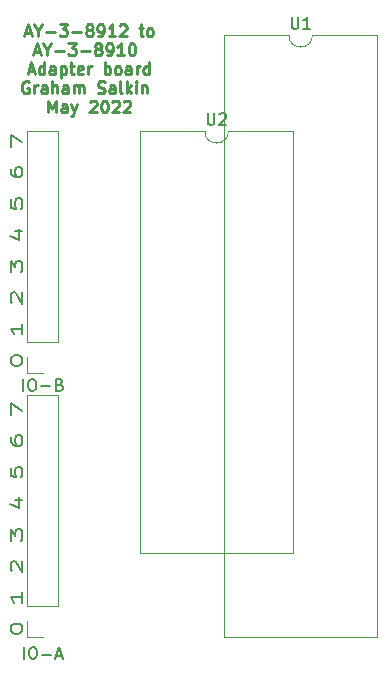
<source format=gbr>
%TF.GenerationSoftware,KiCad,Pcbnew,6.0.2+dfsg-1*%
%TF.CreationDate,2022-05-25T17:35:34+01:00*%
%TF.ProjectId,AY-3-8910 to 12 Adapter,41592d33-2d38-4393-9130-20746f203132,rev?*%
%TF.SameCoordinates,Original*%
%TF.FileFunction,Legend,Top*%
%TF.FilePolarity,Positive*%
%FSLAX46Y46*%
G04 Gerber Fmt 4.6, Leading zero omitted, Abs format (unit mm)*
G04 Created by KiCad (PCBNEW 6.0.2+dfsg-1) date 2022-05-25 17:35:34*
%MOMM*%
%LPD*%
G01*
G04 APERTURE LIST*
%ADD10C,0.250000*%
%ADD11C,0.150000*%
%ADD12C,0.120000*%
G04 APERTURE END LIST*
D10*
X75240238Y-43682666D02*
X75716428Y-43682666D01*
X75145000Y-43968380D02*
X75478333Y-42968380D01*
X75811666Y-43968380D01*
X76335476Y-43492190D02*
X76335476Y-43968380D01*
X76002142Y-42968380D02*
X76335476Y-43492190D01*
X76668809Y-42968380D01*
X77002142Y-43587428D02*
X77764047Y-43587428D01*
X78145000Y-42968380D02*
X78764047Y-42968380D01*
X78430714Y-43349333D01*
X78573571Y-43349333D01*
X78668809Y-43396952D01*
X78716428Y-43444571D01*
X78764047Y-43539809D01*
X78764047Y-43777904D01*
X78716428Y-43873142D01*
X78668809Y-43920761D01*
X78573571Y-43968380D01*
X78287857Y-43968380D01*
X78192619Y-43920761D01*
X78145000Y-43873142D01*
X79192619Y-43587428D02*
X79954523Y-43587428D01*
X80573571Y-43396952D02*
X80478333Y-43349333D01*
X80430714Y-43301714D01*
X80383095Y-43206476D01*
X80383095Y-43158857D01*
X80430714Y-43063619D01*
X80478333Y-43016000D01*
X80573571Y-42968380D01*
X80764047Y-42968380D01*
X80859285Y-43016000D01*
X80906904Y-43063619D01*
X80954523Y-43158857D01*
X80954523Y-43206476D01*
X80906904Y-43301714D01*
X80859285Y-43349333D01*
X80764047Y-43396952D01*
X80573571Y-43396952D01*
X80478333Y-43444571D01*
X80430714Y-43492190D01*
X80383095Y-43587428D01*
X80383095Y-43777904D01*
X80430714Y-43873142D01*
X80478333Y-43920761D01*
X80573571Y-43968380D01*
X80764047Y-43968380D01*
X80859285Y-43920761D01*
X80906904Y-43873142D01*
X80954523Y-43777904D01*
X80954523Y-43587428D01*
X80906904Y-43492190D01*
X80859285Y-43444571D01*
X80764047Y-43396952D01*
X81430714Y-43968380D02*
X81621190Y-43968380D01*
X81716428Y-43920761D01*
X81764047Y-43873142D01*
X81859285Y-43730285D01*
X81906904Y-43539809D01*
X81906904Y-43158857D01*
X81859285Y-43063619D01*
X81811666Y-43016000D01*
X81716428Y-42968380D01*
X81525952Y-42968380D01*
X81430714Y-43016000D01*
X81383095Y-43063619D01*
X81335476Y-43158857D01*
X81335476Y-43396952D01*
X81383095Y-43492190D01*
X81430714Y-43539809D01*
X81525952Y-43587428D01*
X81716428Y-43587428D01*
X81811666Y-43539809D01*
X81859285Y-43492190D01*
X81906904Y-43396952D01*
X82859285Y-43968380D02*
X82287857Y-43968380D01*
X82573571Y-43968380D02*
X82573571Y-42968380D01*
X82478333Y-43111238D01*
X82383095Y-43206476D01*
X82287857Y-43254095D01*
X83240238Y-43063619D02*
X83287857Y-43016000D01*
X83383095Y-42968380D01*
X83621190Y-42968380D01*
X83716428Y-43016000D01*
X83764047Y-43063619D01*
X83811666Y-43158857D01*
X83811666Y-43254095D01*
X83764047Y-43396952D01*
X83192619Y-43968380D01*
X83811666Y-43968380D01*
X84859285Y-43301714D02*
X85240238Y-43301714D01*
X85002142Y-42968380D02*
X85002142Y-43825523D01*
X85049761Y-43920761D01*
X85145000Y-43968380D01*
X85240238Y-43968380D01*
X85716428Y-43968380D02*
X85621190Y-43920761D01*
X85573571Y-43873142D01*
X85525952Y-43777904D01*
X85525952Y-43492190D01*
X85573571Y-43396952D01*
X85621190Y-43349333D01*
X85716428Y-43301714D01*
X85859285Y-43301714D01*
X85954523Y-43349333D01*
X86002142Y-43396952D01*
X86049761Y-43492190D01*
X86049761Y-43777904D01*
X86002142Y-43873142D01*
X85954523Y-43920761D01*
X85859285Y-43968380D01*
X85716428Y-43968380D01*
X75978333Y-45292666D02*
X76454523Y-45292666D01*
X75883095Y-45578380D02*
X76216428Y-44578380D01*
X76549761Y-45578380D01*
X77073571Y-45102190D02*
X77073571Y-45578380D01*
X76740238Y-44578380D02*
X77073571Y-45102190D01*
X77406904Y-44578380D01*
X77740238Y-45197428D02*
X78502142Y-45197428D01*
X78883095Y-44578380D02*
X79502142Y-44578380D01*
X79168809Y-44959333D01*
X79311666Y-44959333D01*
X79406904Y-45006952D01*
X79454523Y-45054571D01*
X79502142Y-45149809D01*
X79502142Y-45387904D01*
X79454523Y-45483142D01*
X79406904Y-45530761D01*
X79311666Y-45578380D01*
X79025952Y-45578380D01*
X78930714Y-45530761D01*
X78883095Y-45483142D01*
X79930714Y-45197428D02*
X80692619Y-45197428D01*
X81311666Y-45006952D02*
X81216428Y-44959333D01*
X81168809Y-44911714D01*
X81121190Y-44816476D01*
X81121190Y-44768857D01*
X81168809Y-44673619D01*
X81216428Y-44626000D01*
X81311666Y-44578380D01*
X81502142Y-44578380D01*
X81597380Y-44626000D01*
X81645000Y-44673619D01*
X81692619Y-44768857D01*
X81692619Y-44816476D01*
X81645000Y-44911714D01*
X81597380Y-44959333D01*
X81502142Y-45006952D01*
X81311666Y-45006952D01*
X81216428Y-45054571D01*
X81168809Y-45102190D01*
X81121190Y-45197428D01*
X81121190Y-45387904D01*
X81168809Y-45483142D01*
X81216428Y-45530761D01*
X81311666Y-45578380D01*
X81502142Y-45578380D01*
X81597380Y-45530761D01*
X81645000Y-45483142D01*
X81692619Y-45387904D01*
X81692619Y-45197428D01*
X81645000Y-45102190D01*
X81597380Y-45054571D01*
X81502142Y-45006952D01*
X82168809Y-45578380D02*
X82359285Y-45578380D01*
X82454523Y-45530761D01*
X82502142Y-45483142D01*
X82597380Y-45340285D01*
X82645000Y-45149809D01*
X82645000Y-44768857D01*
X82597380Y-44673619D01*
X82549761Y-44626000D01*
X82454523Y-44578380D01*
X82264047Y-44578380D01*
X82168809Y-44626000D01*
X82121190Y-44673619D01*
X82073571Y-44768857D01*
X82073571Y-45006952D01*
X82121190Y-45102190D01*
X82168809Y-45149809D01*
X82264047Y-45197428D01*
X82454523Y-45197428D01*
X82549761Y-45149809D01*
X82597380Y-45102190D01*
X82645000Y-45006952D01*
X83597380Y-45578380D02*
X83025952Y-45578380D01*
X83311666Y-45578380D02*
X83311666Y-44578380D01*
X83216428Y-44721238D01*
X83121190Y-44816476D01*
X83025952Y-44864095D01*
X84216428Y-44578380D02*
X84311666Y-44578380D01*
X84406904Y-44626000D01*
X84454523Y-44673619D01*
X84502142Y-44768857D01*
X84549761Y-44959333D01*
X84549761Y-45197428D01*
X84502142Y-45387904D01*
X84454523Y-45483142D01*
X84406904Y-45530761D01*
X84311666Y-45578380D01*
X84216428Y-45578380D01*
X84121190Y-45530761D01*
X84073571Y-45483142D01*
X84025952Y-45387904D01*
X83978333Y-45197428D01*
X83978333Y-44959333D01*
X84025952Y-44768857D01*
X84073571Y-44673619D01*
X84121190Y-44626000D01*
X84216428Y-44578380D01*
X75525952Y-46902666D02*
X76002142Y-46902666D01*
X75430714Y-47188380D02*
X75764047Y-46188380D01*
X76097380Y-47188380D01*
X76859285Y-47188380D02*
X76859285Y-46188380D01*
X76859285Y-47140761D02*
X76764047Y-47188380D01*
X76573571Y-47188380D01*
X76478333Y-47140761D01*
X76430714Y-47093142D01*
X76383095Y-46997904D01*
X76383095Y-46712190D01*
X76430714Y-46616952D01*
X76478333Y-46569333D01*
X76573571Y-46521714D01*
X76764047Y-46521714D01*
X76859285Y-46569333D01*
X77764047Y-47188380D02*
X77764047Y-46664571D01*
X77716428Y-46569333D01*
X77621190Y-46521714D01*
X77430714Y-46521714D01*
X77335476Y-46569333D01*
X77764047Y-47140761D02*
X77668809Y-47188380D01*
X77430714Y-47188380D01*
X77335476Y-47140761D01*
X77287857Y-47045523D01*
X77287857Y-46950285D01*
X77335476Y-46855047D01*
X77430714Y-46807428D01*
X77668809Y-46807428D01*
X77764047Y-46759809D01*
X78240238Y-46521714D02*
X78240238Y-47521714D01*
X78240238Y-46569333D02*
X78335476Y-46521714D01*
X78525952Y-46521714D01*
X78621190Y-46569333D01*
X78668809Y-46616952D01*
X78716428Y-46712190D01*
X78716428Y-46997904D01*
X78668809Y-47093142D01*
X78621190Y-47140761D01*
X78525952Y-47188380D01*
X78335476Y-47188380D01*
X78240238Y-47140761D01*
X79002142Y-46521714D02*
X79383095Y-46521714D01*
X79145000Y-46188380D02*
X79145000Y-47045523D01*
X79192619Y-47140761D01*
X79287857Y-47188380D01*
X79383095Y-47188380D01*
X80097380Y-47140761D02*
X80002142Y-47188380D01*
X79811666Y-47188380D01*
X79716428Y-47140761D01*
X79668809Y-47045523D01*
X79668809Y-46664571D01*
X79716428Y-46569333D01*
X79811666Y-46521714D01*
X80002142Y-46521714D01*
X80097380Y-46569333D01*
X80145000Y-46664571D01*
X80145000Y-46759809D01*
X79668809Y-46855047D01*
X80573571Y-47188380D02*
X80573571Y-46521714D01*
X80573571Y-46712190D02*
X80621190Y-46616952D01*
X80668809Y-46569333D01*
X80764047Y-46521714D01*
X80859285Y-46521714D01*
X81954523Y-47188380D02*
X81954523Y-46188380D01*
X81954523Y-46569333D02*
X82049761Y-46521714D01*
X82240238Y-46521714D01*
X82335476Y-46569333D01*
X82383095Y-46616952D01*
X82430714Y-46712190D01*
X82430714Y-46997904D01*
X82383095Y-47093142D01*
X82335476Y-47140761D01*
X82240238Y-47188380D01*
X82049761Y-47188380D01*
X81954523Y-47140761D01*
X83002142Y-47188380D02*
X82906904Y-47140761D01*
X82859285Y-47093142D01*
X82811666Y-46997904D01*
X82811666Y-46712190D01*
X82859285Y-46616952D01*
X82906904Y-46569333D01*
X83002142Y-46521714D01*
X83145000Y-46521714D01*
X83240238Y-46569333D01*
X83287857Y-46616952D01*
X83335476Y-46712190D01*
X83335476Y-46997904D01*
X83287857Y-47093142D01*
X83240238Y-47140761D01*
X83145000Y-47188380D01*
X83002142Y-47188380D01*
X84192619Y-47188380D02*
X84192619Y-46664571D01*
X84145000Y-46569333D01*
X84049761Y-46521714D01*
X83859285Y-46521714D01*
X83764047Y-46569333D01*
X84192619Y-47140761D02*
X84097380Y-47188380D01*
X83859285Y-47188380D01*
X83764047Y-47140761D01*
X83716428Y-47045523D01*
X83716428Y-46950285D01*
X83764047Y-46855047D01*
X83859285Y-46807428D01*
X84097380Y-46807428D01*
X84192619Y-46759809D01*
X84668809Y-47188380D02*
X84668809Y-46521714D01*
X84668809Y-46712190D02*
X84716428Y-46616952D01*
X84764047Y-46569333D01*
X84859285Y-46521714D01*
X84954523Y-46521714D01*
X85716428Y-47188380D02*
X85716428Y-46188380D01*
X85716428Y-47140761D02*
X85621190Y-47188380D01*
X85430714Y-47188380D01*
X85335476Y-47140761D01*
X85287857Y-47093142D01*
X85240238Y-46997904D01*
X85240238Y-46712190D01*
X85287857Y-46616952D01*
X85335476Y-46569333D01*
X85430714Y-46521714D01*
X85621190Y-46521714D01*
X85716428Y-46569333D01*
X75525952Y-47846000D02*
X75430714Y-47798380D01*
X75287857Y-47798380D01*
X75145000Y-47846000D01*
X75049761Y-47941238D01*
X75002142Y-48036476D01*
X74954523Y-48226952D01*
X74954523Y-48369809D01*
X75002142Y-48560285D01*
X75049761Y-48655523D01*
X75145000Y-48750761D01*
X75287857Y-48798380D01*
X75383095Y-48798380D01*
X75525952Y-48750761D01*
X75573571Y-48703142D01*
X75573571Y-48369809D01*
X75383095Y-48369809D01*
X76002142Y-48798380D02*
X76002142Y-48131714D01*
X76002142Y-48322190D02*
X76049761Y-48226952D01*
X76097380Y-48179333D01*
X76192619Y-48131714D01*
X76287857Y-48131714D01*
X77049761Y-48798380D02*
X77049761Y-48274571D01*
X77002142Y-48179333D01*
X76906904Y-48131714D01*
X76716428Y-48131714D01*
X76621190Y-48179333D01*
X77049761Y-48750761D02*
X76954523Y-48798380D01*
X76716428Y-48798380D01*
X76621190Y-48750761D01*
X76573571Y-48655523D01*
X76573571Y-48560285D01*
X76621190Y-48465047D01*
X76716428Y-48417428D01*
X76954523Y-48417428D01*
X77049761Y-48369809D01*
X77525952Y-48798380D02*
X77525952Y-47798380D01*
X77954523Y-48798380D02*
X77954523Y-48274571D01*
X77906904Y-48179333D01*
X77811666Y-48131714D01*
X77668809Y-48131714D01*
X77573571Y-48179333D01*
X77525952Y-48226952D01*
X78859285Y-48798380D02*
X78859285Y-48274571D01*
X78811666Y-48179333D01*
X78716428Y-48131714D01*
X78525952Y-48131714D01*
X78430714Y-48179333D01*
X78859285Y-48750761D02*
X78764047Y-48798380D01*
X78525952Y-48798380D01*
X78430714Y-48750761D01*
X78383095Y-48655523D01*
X78383095Y-48560285D01*
X78430714Y-48465047D01*
X78525952Y-48417428D01*
X78764047Y-48417428D01*
X78859285Y-48369809D01*
X79335476Y-48798380D02*
X79335476Y-48131714D01*
X79335476Y-48226952D02*
X79383095Y-48179333D01*
X79478333Y-48131714D01*
X79621190Y-48131714D01*
X79716428Y-48179333D01*
X79764047Y-48274571D01*
X79764047Y-48798380D01*
X79764047Y-48274571D02*
X79811666Y-48179333D01*
X79906904Y-48131714D01*
X80049761Y-48131714D01*
X80145000Y-48179333D01*
X80192619Y-48274571D01*
X80192619Y-48798380D01*
X81383095Y-48750761D02*
X81525952Y-48798380D01*
X81764047Y-48798380D01*
X81859285Y-48750761D01*
X81906904Y-48703142D01*
X81954523Y-48607904D01*
X81954523Y-48512666D01*
X81906904Y-48417428D01*
X81859285Y-48369809D01*
X81764047Y-48322190D01*
X81573571Y-48274571D01*
X81478333Y-48226952D01*
X81430714Y-48179333D01*
X81383095Y-48084095D01*
X81383095Y-47988857D01*
X81430714Y-47893619D01*
X81478333Y-47846000D01*
X81573571Y-47798380D01*
X81811666Y-47798380D01*
X81954523Y-47846000D01*
X82811666Y-48798380D02*
X82811666Y-48274571D01*
X82764047Y-48179333D01*
X82668809Y-48131714D01*
X82478333Y-48131714D01*
X82383095Y-48179333D01*
X82811666Y-48750761D02*
X82716428Y-48798380D01*
X82478333Y-48798380D01*
X82383095Y-48750761D01*
X82335476Y-48655523D01*
X82335476Y-48560285D01*
X82383095Y-48465047D01*
X82478333Y-48417428D01*
X82716428Y-48417428D01*
X82811666Y-48369809D01*
X83430714Y-48798380D02*
X83335476Y-48750761D01*
X83287857Y-48655523D01*
X83287857Y-47798380D01*
X83811666Y-48798380D02*
X83811666Y-47798380D01*
X83906904Y-48417428D02*
X84192619Y-48798380D01*
X84192619Y-48131714D02*
X83811666Y-48512666D01*
X84621190Y-48798380D02*
X84621190Y-48131714D01*
X84621190Y-47798380D02*
X84573571Y-47846000D01*
X84621190Y-47893619D01*
X84668809Y-47846000D01*
X84621190Y-47798380D01*
X84621190Y-47893619D01*
X85097380Y-48131714D02*
X85097380Y-48798380D01*
X85097380Y-48226952D02*
X85145000Y-48179333D01*
X85240238Y-48131714D01*
X85383095Y-48131714D01*
X85478333Y-48179333D01*
X85525952Y-48274571D01*
X85525952Y-48798380D01*
X77192619Y-50408380D02*
X77192619Y-49408380D01*
X77525952Y-50122666D01*
X77859285Y-49408380D01*
X77859285Y-50408380D01*
X78764047Y-50408380D02*
X78764047Y-49884571D01*
X78716428Y-49789333D01*
X78621190Y-49741714D01*
X78430714Y-49741714D01*
X78335476Y-49789333D01*
X78764047Y-50360761D02*
X78668809Y-50408380D01*
X78430714Y-50408380D01*
X78335476Y-50360761D01*
X78287857Y-50265523D01*
X78287857Y-50170285D01*
X78335476Y-50075047D01*
X78430714Y-50027428D01*
X78668809Y-50027428D01*
X78764047Y-49979809D01*
X79145000Y-49741714D02*
X79383095Y-50408380D01*
X79621190Y-49741714D02*
X79383095Y-50408380D01*
X79287857Y-50646476D01*
X79240238Y-50694095D01*
X79145000Y-50741714D01*
X80716428Y-49503619D02*
X80764047Y-49456000D01*
X80859285Y-49408380D01*
X81097380Y-49408380D01*
X81192619Y-49456000D01*
X81240238Y-49503619D01*
X81287857Y-49598857D01*
X81287857Y-49694095D01*
X81240238Y-49836952D01*
X80668809Y-50408380D01*
X81287857Y-50408380D01*
X81906904Y-49408380D02*
X82002142Y-49408380D01*
X82097380Y-49456000D01*
X82145000Y-49503619D01*
X82192619Y-49598857D01*
X82240238Y-49789333D01*
X82240238Y-50027428D01*
X82192619Y-50217904D01*
X82145000Y-50313142D01*
X82097380Y-50360761D01*
X82002142Y-50408380D01*
X81906904Y-50408380D01*
X81811666Y-50360761D01*
X81764047Y-50313142D01*
X81716428Y-50217904D01*
X81668809Y-50027428D01*
X81668809Y-49789333D01*
X81716428Y-49598857D01*
X81764047Y-49503619D01*
X81811666Y-49456000D01*
X81906904Y-49408380D01*
X82621190Y-49503619D02*
X82668809Y-49456000D01*
X82764047Y-49408380D01*
X83002142Y-49408380D01*
X83097380Y-49456000D01*
X83145000Y-49503619D01*
X83192619Y-49598857D01*
X83192619Y-49694095D01*
X83145000Y-49836952D01*
X82573571Y-50408380D01*
X83192619Y-50408380D01*
X83573571Y-49503619D02*
X83621190Y-49456000D01*
X83716428Y-49408380D01*
X83954523Y-49408380D01*
X84049761Y-49456000D01*
X84097380Y-49503619D01*
X84145000Y-49598857D01*
X84145000Y-49694095D01*
X84097380Y-49836952D01*
X83525952Y-50408380D01*
X84145000Y-50408380D01*
D11*
%TO.C,IO-B*%
X75065142Y-73985380D02*
X75065142Y-72985380D01*
X75731809Y-72985380D02*
X75922285Y-72985380D01*
X76017523Y-73033000D01*
X76112761Y-73128238D01*
X76160380Y-73318714D01*
X76160380Y-73652047D01*
X76112761Y-73842523D01*
X76017523Y-73937761D01*
X75922285Y-73985380D01*
X75731809Y-73985380D01*
X75636571Y-73937761D01*
X75541333Y-73842523D01*
X75493714Y-73652047D01*
X75493714Y-73318714D01*
X75541333Y-73128238D01*
X75636571Y-73033000D01*
X75731809Y-72985380D01*
X76588952Y-73604428D02*
X77350857Y-73604428D01*
X78160380Y-73461571D02*
X78303238Y-73509190D01*
X78350857Y-73556809D01*
X78398476Y-73652047D01*
X78398476Y-73794904D01*
X78350857Y-73890142D01*
X78303238Y-73937761D01*
X78208000Y-73985380D01*
X77827047Y-73985380D01*
X77827047Y-72985380D01*
X78160380Y-72985380D01*
X78255619Y-73033000D01*
X78303238Y-73080619D01*
X78350857Y-73175857D01*
X78350857Y-73271095D01*
X78303238Y-73366333D01*
X78255619Y-73413952D01*
X78160380Y-73461571D01*
X77827047Y-73461571D01*
X74001380Y-71476809D02*
X74001380Y-71329190D01*
X74049000Y-71181571D01*
X74096619Y-71107761D01*
X74191857Y-71033952D01*
X74382333Y-70960142D01*
X74620428Y-70960142D01*
X74810904Y-71033952D01*
X74906142Y-71107761D01*
X74953761Y-71181571D01*
X75001380Y-71329190D01*
X75001380Y-71476809D01*
X74953761Y-71624428D01*
X74906142Y-71698238D01*
X74810904Y-71772047D01*
X74620428Y-71845857D01*
X74382333Y-71845857D01*
X74191857Y-71772047D01*
X74096619Y-71698238D01*
X74049000Y-71624428D01*
X74001380Y-71476809D01*
X75001380Y-68303000D02*
X75001380Y-69188714D01*
X75001380Y-68745857D02*
X74001380Y-68745857D01*
X74144238Y-68893476D01*
X74239476Y-69041095D01*
X74287095Y-69188714D01*
X74096619Y-66531571D02*
X74049000Y-66457761D01*
X74001380Y-66310142D01*
X74001380Y-65941095D01*
X74049000Y-65793476D01*
X74096619Y-65719666D01*
X74191857Y-65645857D01*
X74287095Y-65645857D01*
X74429952Y-65719666D01*
X75001380Y-66605380D01*
X75001380Y-65645857D01*
X74001380Y-63948238D02*
X74001380Y-62988714D01*
X74382333Y-63505380D01*
X74382333Y-63283952D01*
X74429952Y-63136333D01*
X74477571Y-63062523D01*
X74572809Y-62988714D01*
X74810904Y-62988714D01*
X74906142Y-63062523D01*
X74953761Y-63136333D01*
X75001380Y-63283952D01*
X75001380Y-63726809D01*
X74953761Y-63874428D01*
X74906142Y-63948238D01*
X74334714Y-60479190D02*
X75001380Y-60479190D01*
X73953761Y-60848238D02*
X74668047Y-61217285D01*
X74668047Y-60257761D01*
X74001380Y-57748238D02*
X74001380Y-58486333D01*
X74477571Y-58560142D01*
X74429952Y-58486333D01*
X74382333Y-58338714D01*
X74382333Y-57969666D01*
X74429952Y-57822047D01*
X74477571Y-57748238D01*
X74572809Y-57674428D01*
X74810904Y-57674428D01*
X74906142Y-57748238D01*
X74953761Y-57822047D01*
X75001380Y-57969666D01*
X75001380Y-58338714D01*
X74953761Y-58486333D01*
X74906142Y-58560142D01*
X74001380Y-55164904D02*
X74001380Y-55460142D01*
X74049000Y-55607761D01*
X74096619Y-55681571D01*
X74239476Y-55829190D01*
X74429952Y-55903000D01*
X74810904Y-55903000D01*
X74906142Y-55829190D01*
X74953761Y-55755380D01*
X75001380Y-55607761D01*
X75001380Y-55312523D01*
X74953761Y-55164904D01*
X74906142Y-55091095D01*
X74810904Y-55017285D01*
X74572809Y-55017285D01*
X74477571Y-55091095D01*
X74429952Y-55164904D01*
X74382333Y-55312523D01*
X74382333Y-55607761D01*
X74429952Y-55755380D01*
X74477571Y-55829190D01*
X74572809Y-55903000D01*
X74001380Y-53319666D02*
X74001380Y-52286333D01*
X75001380Y-52950619D01*
%TO.C,U2*%
X90678095Y-50462380D02*
X90678095Y-51271904D01*
X90725714Y-51367142D01*
X90773333Y-51414761D01*
X90868571Y-51462380D01*
X91059047Y-51462380D01*
X91154285Y-51414761D01*
X91201904Y-51367142D01*
X91249523Y-51271904D01*
X91249523Y-50462380D01*
X91678095Y-50557619D02*
X91725714Y-50510000D01*
X91820952Y-50462380D01*
X92059047Y-50462380D01*
X92154285Y-50510000D01*
X92201904Y-50557619D01*
X92249523Y-50652857D01*
X92249523Y-50748095D01*
X92201904Y-50890952D01*
X91630476Y-51462380D01*
X92249523Y-51462380D01*
%TO.C,U1*%
X97790095Y-42334380D02*
X97790095Y-43143904D01*
X97837714Y-43239142D01*
X97885333Y-43286761D01*
X97980571Y-43334380D01*
X98171047Y-43334380D01*
X98266285Y-43286761D01*
X98313904Y-43239142D01*
X98361523Y-43143904D01*
X98361523Y-42334380D01*
X99361523Y-43334380D02*
X98790095Y-43334380D01*
X99075809Y-43334380D02*
X99075809Y-42334380D01*
X98980571Y-42477238D01*
X98885333Y-42572476D01*
X98790095Y-42620095D01*
%TO.C,IO-A*%
X75136571Y-96694380D02*
X75136571Y-95694380D01*
X75803238Y-95694380D02*
X75993714Y-95694380D01*
X76088952Y-95742000D01*
X76184190Y-95837238D01*
X76231809Y-96027714D01*
X76231809Y-96361047D01*
X76184190Y-96551523D01*
X76088952Y-96646761D01*
X75993714Y-96694380D01*
X75803238Y-96694380D01*
X75708000Y-96646761D01*
X75612761Y-96551523D01*
X75565142Y-96361047D01*
X75565142Y-96027714D01*
X75612761Y-95837238D01*
X75708000Y-95742000D01*
X75803238Y-95694380D01*
X76660380Y-96313428D02*
X77422285Y-96313428D01*
X77850857Y-96408666D02*
X78327047Y-96408666D01*
X77755619Y-96694380D02*
X78088952Y-95694380D01*
X78422285Y-96694380D01*
X74001380Y-94209809D02*
X74001380Y-94062190D01*
X74049000Y-93914571D01*
X74096619Y-93840761D01*
X74191857Y-93766952D01*
X74382333Y-93693142D01*
X74620428Y-93693142D01*
X74810904Y-93766952D01*
X74906142Y-93840761D01*
X74953761Y-93914571D01*
X75001380Y-94062190D01*
X75001380Y-94209809D01*
X74953761Y-94357428D01*
X74906142Y-94431238D01*
X74810904Y-94505047D01*
X74620428Y-94578857D01*
X74382333Y-94578857D01*
X74191857Y-94505047D01*
X74096619Y-94431238D01*
X74049000Y-94357428D01*
X74001380Y-94209809D01*
X75001380Y-91036000D02*
X75001380Y-91921714D01*
X75001380Y-91478857D02*
X74001380Y-91478857D01*
X74144238Y-91626476D01*
X74239476Y-91774095D01*
X74287095Y-91921714D01*
X74096619Y-89264571D02*
X74049000Y-89190761D01*
X74001380Y-89043142D01*
X74001380Y-88674095D01*
X74049000Y-88526476D01*
X74096619Y-88452666D01*
X74191857Y-88378857D01*
X74287095Y-88378857D01*
X74429952Y-88452666D01*
X75001380Y-89338380D01*
X75001380Y-88378857D01*
X74001380Y-86681238D02*
X74001380Y-85721714D01*
X74382333Y-86238380D01*
X74382333Y-86016952D01*
X74429952Y-85869333D01*
X74477571Y-85795523D01*
X74572809Y-85721714D01*
X74810904Y-85721714D01*
X74906142Y-85795523D01*
X74953761Y-85869333D01*
X75001380Y-86016952D01*
X75001380Y-86459809D01*
X74953761Y-86607428D01*
X74906142Y-86681238D01*
X74334714Y-83212190D02*
X75001380Y-83212190D01*
X73953761Y-83581238D02*
X74668047Y-83950285D01*
X74668047Y-82990761D01*
X74001380Y-80481238D02*
X74001380Y-81219333D01*
X74477571Y-81293142D01*
X74429952Y-81219333D01*
X74382333Y-81071714D01*
X74382333Y-80702666D01*
X74429952Y-80555047D01*
X74477571Y-80481238D01*
X74572809Y-80407428D01*
X74810904Y-80407428D01*
X74906142Y-80481238D01*
X74953761Y-80555047D01*
X75001380Y-80702666D01*
X75001380Y-81071714D01*
X74953761Y-81219333D01*
X74906142Y-81293142D01*
X74001380Y-77897904D02*
X74001380Y-78193142D01*
X74049000Y-78340761D01*
X74096619Y-78414571D01*
X74239476Y-78562190D01*
X74429952Y-78636000D01*
X74810904Y-78636000D01*
X74906142Y-78562190D01*
X74953761Y-78488380D01*
X75001380Y-78340761D01*
X75001380Y-78045523D01*
X74953761Y-77897904D01*
X74906142Y-77824095D01*
X74810904Y-77750285D01*
X74572809Y-77750285D01*
X74477571Y-77824095D01*
X74429952Y-77897904D01*
X74382333Y-78045523D01*
X74382333Y-78340761D01*
X74429952Y-78488380D01*
X74477571Y-78562190D01*
X74572809Y-78636000D01*
X74001380Y-76052666D02*
X74001380Y-75019333D01*
X75001380Y-75683619D01*
D12*
%TO.C,IO-B*%
X75378000Y-72450000D02*
X75378000Y-71120000D01*
X78038000Y-69850000D02*
X78038000Y-52010000D01*
X78038000Y-52010000D02*
X75378000Y-52010000D01*
X78038000Y-69850000D02*
X75378000Y-69850000D01*
X75378000Y-69850000D02*
X75378000Y-52010000D01*
X76708000Y-72450000D02*
X75378000Y-72450000D01*
%TO.C,U2*%
X90440000Y-52010000D02*
X84980000Y-52010000D01*
X97900000Y-87690000D02*
X97900000Y-52010000D01*
X84980000Y-87690000D02*
X97900000Y-87690000D01*
X97900000Y-52010000D02*
X92440000Y-52010000D01*
X84980000Y-52010000D02*
X84980000Y-87690000D01*
X90440000Y-52010000D02*
G75*
G03*
X92440000Y-52010000I1000000J0D01*
G01*
%TO.C,U1*%
X92092000Y-43882000D02*
X92092000Y-94802000D01*
X105012000Y-43882000D02*
X99552000Y-43882000D01*
X92092000Y-94802000D02*
X105012000Y-94802000D01*
X105012000Y-94802000D02*
X105012000Y-43882000D01*
X97552000Y-43882000D02*
X92092000Y-43882000D01*
X97552000Y-43882000D02*
G75*
G03*
X99552000Y-43882000I1000000J0D01*
G01*
%TO.C,IO-A*%
X78038000Y-92202000D02*
X75378000Y-92202000D01*
X75378000Y-92202000D02*
X75378000Y-74362000D01*
X75378000Y-94802000D02*
X75378000Y-93472000D01*
X76708000Y-94802000D02*
X75378000Y-94802000D01*
X78038000Y-92202000D02*
X78038000Y-74362000D01*
X78038000Y-74362000D02*
X75378000Y-74362000D01*
%TD*%
M02*

</source>
